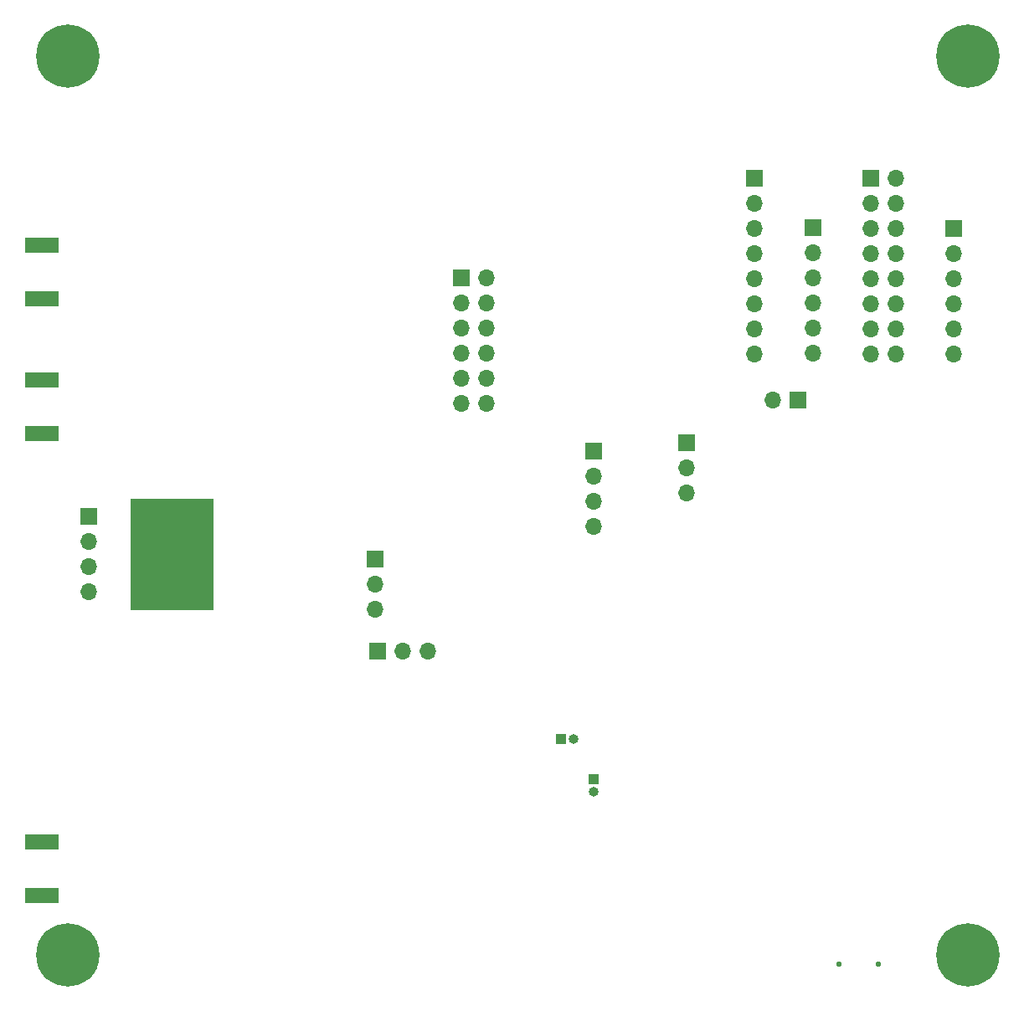
<source format=gbs>
G04 #@! TF.GenerationSoftware,KiCad,Pcbnew,(5.1.8)-1*
G04 #@! TF.CreationDate,2021-07-13T16:05:27-03:00*
G04 #@! TF.ProjectId,Proyecto_Final,50726f79-6563-4746-9f5f-46696e616c2e,rev?*
G04 #@! TF.SameCoordinates,Original*
G04 #@! TF.FileFunction,Soldermask,Bot*
G04 #@! TF.FilePolarity,Negative*
%FSLAX46Y46*%
G04 Gerber Fmt 4.6, Leading zero omitted, Abs format (unit mm)*
G04 Created by KiCad (PCBNEW (5.1.8)-1) date 2021-07-13 16:05:27*
%MOMM*%
%LPD*%
G01*
G04 APERTURE LIST*
%ADD10C,0.100000*%
%ADD11R,3.500000X1.500000*%
%ADD12O,1.700000X1.700000*%
%ADD13R,1.700000X1.700000*%
%ADD14C,0.550000*%
%ADD15C,6.400000*%
%ADD16C,0.800000*%
%ADD17O,1.000000X1.000000*%
%ADD18R,1.000000X1.000000*%
G04 APERTURE END LIST*
D10*
G36*
X89093600Y-110478000D02*
G01*
X80813200Y-110478000D01*
X80813200Y-99302000D01*
X89093600Y-99302000D01*
X89093600Y-110478000D01*
G37*
X89093600Y-110478000D02*
X80813200Y-110478000D01*
X80813200Y-99302000D01*
X89093600Y-99302000D01*
X89093600Y-110478000D01*
D11*
X71850000Y-92700000D03*
X71850000Y-87300000D03*
D12*
X105500000Y-110500001D03*
X105500000Y-107960001D03*
D13*
X105500000Y-105420001D03*
D14*
X156425000Y-146400000D03*
X152425000Y-146400000D03*
D13*
X76546000Y-101080000D03*
D12*
X76546000Y-103620000D03*
X76546000Y-106160000D03*
X76546000Y-108700000D03*
D13*
X127600000Y-94476000D03*
D12*
X127600000Y-97016000D03*
X127600000Y-99556000D03*
X127600000Y-102096000D03*
D13*
X114265000Y-76950000D03*
D12*
X116805000Y-76950000D03*
X114265000Y-79490000D03*
X116805000Y-79490000D03*
X114265000Y-82030000D03*
X116805000Y-82030000D03*
X114265000Y-84570000D03*
X116805000Y-84570000D03*
X114265000Y-87110000D03*
X116805000Y-87110000D03*
X114265000Y-89650000D03*
X116805000Y-89650000D03*
D13*
X143856000Y-66917000D03*
D12*
X143856000Y-69457000D03*
X143856000Y-71997000D03*
X143856000Y-74537000D03*
X143856000Y-77077000D03*
X143856000Y-79617000D03*
X143856000Y-82157000D03*
X143856000Y-84697000D03*
D13*
X149825000Y-71870000D03*
D12*
X149825000Y-74410000D03*
X149825000Y-76950000D03*
X149825000Y-79490000D03*
X149825000Y-82030000D03*
X149825000Y-84570000D03*
D13*
X148275600Y-89345200D03*
D12*
X145735600Y-89345200D03*
D13*
X164049000Y-71997000D03*
D12*
X164049000Y-74537000D03*
X164049000Y-77077000D03*
X164049000Y-79617000D03*
X164049000Y-82157000D03*
X164049000Y-84697000D03*
D13*
X155667000Y-66917000D03*
D12*
X158207000Y-66917000D03*
X155667000Y-69457000D03*
X158207000Y-69457000D03*
X155667000Y-71997000D03*
X158207000Y-71997000D03*
X155667000Y-74537000D03*
X158207000Y-74537000D03*
X155667000Y-77077000D03*
X158207000Y-77077000D03*
X155667000Y-79617000D03*
X158207000Y-79617000D03*
X155667000Y-82157000D03*
X158207000Y-82157000D03*
X155667000Y-84697000D03*
X158207000Y-84697000D03*
D13*
X105806800Y-114745200D03*
D12*
X108346800Y-114745200D03*
X110886800Y-114745200D03*
D13*
X137036100Y-93663200D03*
D12*
X137036100Y-96203200D03*
X137036100Y-98743200D03*
D15*
X165500000Y-54500000D03*
D16*
X167900000Y-54500000D03*
X167197056Y-56197056D03*
X165500000Y-56900000D03*
X163802944Y-56197056D03*
X163100000Y-54500000D03*
X163802944Y-52802944D03*
X165500000Y-52100000D03*
X167197056Y-52802944D03*
D15*
X74500000Y-54500000D03*
D16*
X76900000Y-54500000D03*
X76197056Y-56197056D03*
X74500000Y-56900000D03*
X72802944Y-56197056D03*
X72100000Y-54500000D03*
X72802944Y-52802944D03*
X74500000Y-52100000D03*
X76197056Y-52802944D03*
D15*
X165500000Y-145500000D03*
D16*
X167900000Y-145500000D03*
X167197056Y-147197056D03*
X165500000Y-147900000D03*
X163802944Y-147197056D03*
X163100000Y-145500000D03*
X163802944Y-143802944D03*
X165500000Y-143100000D03*
X167197056Y-143802944D03*
D15*
X74500000Y-145500000D03*
D16*
X76900000Y-145500000D03*
X76197056Y-147197056D03*
X74500000Y-147900000D03*
X72802944Y-147197056D03*
X72100000Y-145500000D03*
X72802944Y-143802944D03*
X74500000Y-143100000D03*
X76197056Y-143802944D03*
D11*
X71820000Y-73650000D03*
X71820000Y-79050000D03*
X71872400Y-134041600D03*
X71872400Y-139441600D03*
D17*
X125570000Y-123600000D03*
D18*
X124300000Y-123600000D03*
X127600000Y-127700000D03*
D17*
X127600000Y-128970000D03*
M02*

</source>
